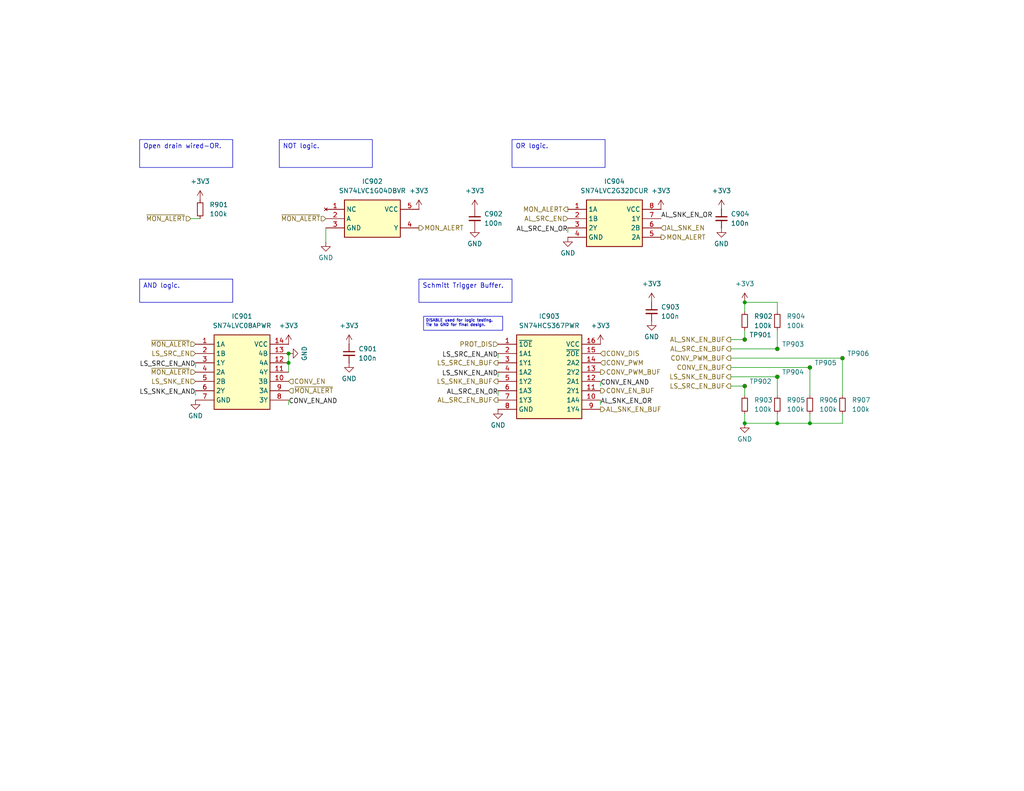
<source format=kicad_sch>
(kicad_sch (version 20231120) (generator "eeschema") (generator_version "8.0")
  (paper "USLetter")
  (title_block (title "Mighty MPPT") (date "2024-08-31") (rev "v0.1.0rc") (comment 1 "Matthew Yu") (comment 2 "Jacob Pustilnik"))
  (lib_symbols
    (symbol "Connector:TestPoint_Small" (pin_numbers hide) (pin_names (offset 0.762) hide)
      (property "Reference" "TP" (at 0 3.81 0))
      (property "Value" "TestPoint_Small" (at 0 2.032 0))
      (symbol "TestPoint_Small_0_1"
        (circle (center 0 0) (radius 0.508))
      )
      (symbol "TestPoint_Small_1_1"
        (pin passive line (at 0 0 90) (length 0) (name "1") (number "1"))
      )
    )
    (symbol "Device:C_Small" (pin_numbers hide) (pin_names (offset 0.254) hide)
      (property "Reference" "C" (at 0.254 1.778 0))
      (property "Value" "C_Small" (at 0.254 -2.032 0))
      (symbol "C_Small_0_1"
        (polyline (pts (xy -1.524 -0.508) (xy 1.524 -0.508)) (stroke (width 0.3302)))
        (polyline (pts (xy -1.524 0.508) (xy 1.524 0.508)) (stroke (width 0.3048)))
      )
      (symbol "C_Small_1_1"
        (pin passive line (at 0 2.54 270) (length 2.032) (name "~") (number "1"))
        (pin passive line (at 0 -2.54 90) (length 2.032) (name "~") (number "2"))
      )
    )
    (symbol "Device:R_Small" (pin_numbers hide) (pin_names (offset 0.254) hide)
      (property "Reference" "R" (at 0.762 0.508 0))
      (property "Value" "R_Small" (at 0.762 -1.016 0))
      (symbol "R_Small_0_1"
        (rectangle (start -0.762 1.778) (end 0.762 -1.778) (stroke (width 0.2032)))
      )
      (symbol "R_Small_1_1"
        (pin passive line (at 0 2.54 270) (length 0.762) (name "~") (number "1"))
        (pin passive line (at 0 -2.54 90) (length 0.762) (name "~") (number "2"))
      )
    )
    (symbol "power:+3V3" (power) (pin_numbers hide) (pin_names (offset 0) hide)
      (property "Value" "+3V3" (at 0 3.556 0))
      (symbol "+3V3_0_1"
        (polyline (pts (xy -0.762 1.27) (xy 0 2.54)))
        (polyline (pts (xy 0 0) (xy 0 2.54)))
        (polyline (pts (xy 0 2.54) (xy 0.762 1.27)))
      )
      (symbol "+3V3_1_1"
        (pin power_in line (at 0 0 90) (length 0) (name "~") (number "1"))
      )
    )
    (symbol "power:GND" (power) (pin_numbers hide) (pin_names (offset 0) hide)
      (property "Value" "GND" (at 0 -3.81 0))
      (symbol "GND_0_1"
        (polyline (pts (xy 0 0) (xy 0 -1.27) (xy 1.27 -1.27) (xy 0 -2.54) (xy -1.27 -1.27) (xy 0 -1.27)))
      )
      (symbol "GND_1_1"
        (pin power_in line (at 0 0 270) (length 0) (name "~") (number "1"))
      )
    )
    (symbol "ti_SN74HCS367_PWR:SN74HCS367PWR"
      (property "Reference" "IC" (at 4.318 7.366 0))
      (property "Value" "SN74HCS367PWR" (at 4.318 4.826 0))
      (symbol "SN74HCS367PWR_1_1"
        (rectangle (start 5.08 2.54) (end 22.86 -20.32) (stroke (width 0.254)) (fill (type background)))
        (pin passive line (at 0 0 0) (length 5.08) (name "~{1OE}") (number "1"))
        (pin passive line (at 27.94 -15.24 180) (length 5.08) (name "1A4") (number "10"))
        (pin passive line (at 27.94 -12.7 180) (length 5.08) (name "2Y1") (number "11"))
        (pin passive line (at 27.94 -10.16 180) (length 5.08) (name "2A1") (number "12"))
        (pin passive line (at 27.94 -7.62 180) (length 5.08) (name "2Y2") (number "13"))
        (pin passive line (at 27.94 -5.08 180) (length 5.08) (name "2A2") (number "14"))
        (pin passive line (at 27.94 -2.54 180) (length 5.08) (name "~{2OE}") (number "15"))
        (pin passive line (at 27.94 0 180) (length 5.08) (name "VCC") (number "16"))
        (pin passive line (at 0 -2.54 0) (length 5.08) (name "1A1") (number "2"))
        (pin passive line (at 0 -5.08 0) (length 5.08) (name "1Y1") (number "3"))
        (pin passive line (at 0 -7.62 0) (length 5.08) (name "1A2") (number "4"))
        (pin passive line (at 0 -10.16 0) (length 5.08) (name "1Y2") (number "5"))
        (pin passive line (at 0 -12.7 0) (length 5.08) (name "1A3") (number "6"))
        (pin passive line (at 0 -15.24 0) (length 5.08) (name "1Y3") (number "7"))
        (pin passive line (at 0 -17.78 0) (length 5.08) (name "GND") (number "8"))
        (pin passive line (at 27.94 -17.78 180) (length 5.08) (name "1Y4") (number "9"))
      )
    )
    (symbol "ti_SN74LVC08A_PWR:SN74LVC08APWR"
      (property "Reference" "IC" (at 4.826 7.62 0))
      (property "Value" "SN74LVC08APWR" (at 4.826 5.08 0))
      (symbol "SN74LVC08APWR_1_1"
        (rectangle (start 5.08 2.54) (end 20.32 -17.78) (stroke (width 0.254)) (fill (type background)))
        (pin passive line (at 0 0 0) (length 5.08) (name "1A") (number "1"))
        (pin passive line (at 25.4 -10.16 180) (length 5.08) (name "3B") (number "10"))
        (pin passive line (at 25.4 -7.62 180) (length 5.08) (name "4Y") (number "11"))
        (pin passive line (at 25.4 -5.08 180) (length 5.08) (name "4A") (number "12"))
        (pin passive line (at 25.4 -2.54 180) (length 5.08) (name "4B") (number "13"))
        (pin passive line (at 25.4 0 180) (length 5.08) (name "VCC") (number "14"))
        (pin passive line (at 0 -2.54 0) (length 5.08) (name "1B") (number "2"))
        (pin passive line (at 0 -5.08 0) (length 5.08) (name "1Y") (number "3"))
        (pin passive line (at 0 -7.62 0) (length 5.08) (name "2A") (number "4"))
        (pin passive line (at 0 -10.16 0) (length 5.08) (name "2B") (number "5"))
        (pin passive line (at 0 -12.7 0) (length 5.08) (name "2Y") (number "6"))
        (pin passive line (at 0 -15.24 0) (length 5.08) (name "GND") (number "7"))
        (pin passive line (at 25.4 -15.24 180) (length 5.08) (name "3Y") (number "8"))
        (pin passive line (at 25.4 -12.7 180) (length 5.08) (name "3A") (number "9"))
      )
    )
    (symbol "ti_SN74LVC1G04_DBVR:SN74LVC1G04DBVR"
      (property "Reference" "IC" (at 4.826 7.366 0))
      (property "Value" "SN74LVC1G04DBVR" (at 4.826 4.826 0))
      (symbol "SN74LVC1G04DBVR_1_1"
        (rectangle (start 5.08 2.54) (end 20.32 -7.62) (stroke (width 0.254)) (fill (type background)))
        (pin no_connect line (at 0 0 0) (length 5.08) (name "NC") (number "1"))
        (pin input line (at 0 -2.54 0) (length 5.08) (name "A") (number "2"))
        (pin power_in line (at 0 -5.08 0) (length 5.08) (name "GND") (number "3"))
        (pin output line (at 25.4 -5.08 180) (length 5.08) (name "Y") (number "4"))
        (pin power_in line (at 25.4 0 180) (length 5.08) (name "VCC") (number "5"))
      )
    )
    (symbol "ti_SN74LVC2G32_DCUR:SN74LVC2G32DCUR"
      (property "Reference" "IC" (at 4.572 7.112 0))
      (property "Value" "SN74LVC2G32DCUR" (at 4.572 4.572 0))
      (symbol "SN74LVC2G32DCUR_1_1"
        (rectangle (start 5.08 2.54) (end 20.32 -10.16) (stroke (width 0.254)) (fill (type background)))
        (pin passive line (at 0 0 0) (length 5.08) (name "1A") (number "1"))
        (pin passive line (at 0 -2.54 0) (length 5.08) (name "1B") (number "2"))
        (pin passive line (at 0 -5.08 0) (length 5.08) (name "2Y") (number "3"))
        (pin passive line (at 0 -7.62 0) (length 5.08) (name "GND") (number "4"))
        (pin passive line (at 25.4 -7.62 180) (length 5.08) (name "2A") (number "5"))
        (pin passive line (at 25.4 -5.08 180) (length 5.08) (name "2B") (number "6"))
        (pin passive line (at 25.4 -2.54 180) (length 5.08) (name "1Y") (number "7"))
        (pin passive line (at 25.4 0 180) (length 5.08) (name "VCC") (number "8"))
      )
    )
  )
  (junction (at 203.2 115.57))
  (junction (at 78.74 99.06))
  (junction (at 220.98 100.33))
  (junction (at 203.2 92.71))
  (junction (at 212.09 102.87))
  (junction (at 212.09 115.57))
  (junction (at 78.74 96.52))
  (junction (at 220.98 115.57))
  (junction (at 229.87 97.79))
  (junction (at 203.2 105.41))
  (junction (at 212.09 95.25))
  (junction (at 203.2 82.55))
  (wire (pts (xy 203.2 115.57) (xy 203.2 113.03)))
  (wire (pts (xy 212.09 102.87) (xy 199.39 102.87)))
  (wire (pts (xy 203.2 82.55) (xy 203.2 85.09)))
  (wire (pts (xy 229.87 107.95) (xy 229.87 97.79)))
  (wire (pts (xy 52.07 59.69) (xy 54.61 59.69)))
  (wire (pts (xy 135.89 102.87) (xy 135.89 101.6)))
  (wire (pts (xy 212.09 115.57) (xy 203.2 115.57)))
  (wire (pts (xy 163.83 105.41) (xy 163.83 104.14)))
  (wire (pts (xy 78.74 96.52) (xy 78.74 99.06)))
  (wire (pts (xy 135.89 97.79) (xy 135.89 96.52)))
  (wire (pts (xy 53.34 107.95) (xy 53.34 106.68)))
  (wire (pts (xy 229.87 115.57) (xy 220.98 115.57)))
  (wire (pts (xy 203.2 92.71) (xy 203.2 90.17)))
  (wire (pts (xy 212.09 115.57) (xy 212.09 113.03)))
  (wire (pts (xy 203.2 107.95) (xy 203.2 105.41)))
  (wire (pts (xy 78.74 110.49) (xy 78.74 109.22)))
  (wire (pts (xy 78.74 99.06) (xy 78.74 101.6)))
  (wire (pts (xy 88.9 66.04) (xy 88.9 62.23)))
  (wire (pts (xy 212.09 95.25) (xy 199.39 95.25)))
  (wire (pts (xy 220.98 115.57) (xy 212.09 115.57)))
  (wire (pts (xy 212.09 107.95) (xy 212.09 102.87)))
  (wire (pts (xy 229.87 97.79) (xy 199.39 97.79)))
  (wire (pts (xy 212.09 90.17) (xy 212.09 95.25)))
  (wire (pts (xy 220.98 115.57) (xy 220.98 113.03)))
  (wire (pts (xy 212.09 82.55) (xy 203.2 82.55)))
  (wire (pts (xy 199.39 92.71) (xy 203.2 92.71)))
  (wire (pts (xy 154.94 63.5) (xy 154.94 62.23)))
  (wire (pts (xy 199.39 100.33) (xy 220.98 100.33)))
  (wire (pts (xy 135.89 107.95) (xy 135.89 106.68)))
  (wire (pts (xy 203.2 105.41) (xy 199.39 105.41)))
  (wire (pts (xy 229.87 115.57) (xy 229.87 113.03)))
  (wire (pts (xy 163.83 110.49) (xy 163.83 109.22)))
  (wire (pts (xy 212.09 85.09) (xy 212.09 82.55)))
  (wire (pts (xy 53.34 100.33) (xy 53.34 99.06)))
  (wire (pts (xy 220.98 100.33) (xy 220.98 107.95)))
  (text_box "DISABLE used for logic testing.\nTie to GND for final design." (at 115.57 86.36 0) (size 21.59 3.81) (effects (font (size 0.762 0.762)) (justify left top)))
  (text_box "Schmitt Trigger Buffer." (at 114.3 76.2 0) (size 25.4 6.35) (effects (font (size 1.27 1.27)) (justify left top)))
  (text_box "OR logic." (at 139.7 38.1 0) (size 25.4 7.62) (effects (font (size 1.27 1.27)) (justify left top)))
  (text_box "AND logic." (at 38.1 76.2 0) (size 25.4 6.35) (effects (font (size 1.27 1.27)) (justify left top)))
  (text_box "Open drain wired-OR." (at 38.1 38.1 0) (size 25.4 7.62) (effects (font (size 1.27 1.27)) (justify left top)))
  (text_box "NOT logic." (at 76.2 38.1 0) (size 25.4 7.62) (effects (font (size 1.27 1.27)) (justify left top)))
  (label "CONV_EN_AND" (at 163.83 105.41 0))
  (label "AL_SRC_EN_OR" (at 135.89 107.95 180))
  (label "AL_SRC_EN_OR" (at 154.94 63.5 180))
  (label "AL_SNK_EN_OR" (at 163.83 110.49 0))
  (label "LS_SRC_EN_AND" (at 135.89 97.79 180))
  (label "CONV_EN_AND" (at 78.74 110.49 0))
  (label "LS_SRC_EN_AND" (at 53.34 100.33 180))
  (label "LS_SNK_EN_AND" (at 135.89 102.87 180))
  (label "AL_SNK_EN_OR" (at 180.34 59.69 0))
  (label "LS_SNK_EN_AND" (at 53.34 107.95 180))
  (hierarchical_label "LS_SRC_EN_BUF" (shape output) (at 135.89 99.06 180))
  (hierarchical_label "MON_ALERT" (shape output) (at 114.3 62.23 0))
  (hierarchical_label "CONV_PWM" (shape input) (at 163.83 99.06 0))
  (hierarchical_label "CONV_DIS" (shape input) (at 163.83 96.52 0))
  (hierarchical_label "MON_ALERT" (shape output) (at 180.34 64.77 0))
  (hierarchical_label "AL_SRC_EN_BUF" (shape output) (at 135.89 109.22 180))
  (hierarchical_label "~{MON_ALERT}" (shape input) (at 78.74 106.68 0))
  (hierarchical_label "AL_SNK_EN_BUF" (shape output) (at 163.83 111.76 0))
  (hierarchical_label "CONV_EN_BUF" (shape output) (at 163.83 106.68 0))
  (hierarchical_label "LS_SNK_EN_BUF" (shape output) (at 135.89 104.14 180))
  (hierarchical_label "MON_ALERT" (shape output) (at 154.94 57.15 180))
  (hierarchical_label "CONV_PWM_BUF" (shape output) (at 163.83 101.6 0))
  (hierarchical_label "LS_SRC_EN_BUF" (shape output) (at 199.39 105.41 180))
  (hierarchical_label "CONV_EN_BUF" (shape output) (at 199.39 100.33 180))
  (hierarchical_label "CONV_PWM_BUF" (shape output) (at 199.39 97.79 180))
  (hierarchical_label "CONV_EN" (shape input) (at 78.74 104.14 0))
  (hierarchical_label "LS_SNK_EN_BUF" (shape output) (at 199.39 102.87 180))
  (hierarchical_label "~{MON_ALERT}" (shape input) (at 52.07 59.69 180))
  (hierarchical_label "LS_SNK_EN" (shape input) (at 53.34 104.14 180))
  (hierarchical_label "LS_SRC_EN" (shape input) (at 53.34 96.52 180))
  (hierarchical_label "~{MON_ALERT}" (shape input) (at 53.34 101.6 180))
  (hierarchical_label "~{MON_ALERT}" (shape input) (at 88.9 59.69 180))
  (hierarchical_label "AL_SRC_EN" (shape input) (at 154.94 59.69 180))
  (hierarchical_label "AL_SRC_EN_BUF" (shape output) (at 199.39 95.25 180))
  (hierarchical_label "AL_SNK_EN_BUF" (shape output) (at 199.39 92.71 180))
  (hierarchical_label "PROT_DIS" (shape input) (at 135.89 93.98 180))
  (hierarchical_label "~{MON_ALERT}" (shape input) (at 53.34 93.98 180))
  (hierarchical_label "AL_SNK_EN" (shape input) (at 180.34 62.23 0))
  (symbol (lib_id "Device:C_Small") (at 95.25 96.52 0) (mirror y) (unit 1)
    (property "Reference" "C901" (at 97.79 95.2562 0) (effects (justify right)))
    (property "Value" "100n" (at 97.79 97.7962 0) (effects (justify right)))
    (property "Footprint" "Capacitor_SMD:C_0402_1005Metric_Pad0.74x0.62mm_HandSolder" (effects (hide yes)))
    (property "Datasheet" "https://product.tdk.com/en/search/capacitor/ceramic/mlcc/info?part_no=CGA2B3X7R1H104K050BB" (effects (hide yes)))
    (property "Description" "Unpolarized capacitor, small symbol" (effects (hide yes)))
    (property "Manufacturer" "TDK" (effects (hide yes)))
    (property "Notes" "3.3V Rating" (effects (hide yes)))
    (property "P/N" "CGA2B3X7R1H104K050BB" (effects (hide yes)))
  )
  (symbol (lib_id "power:GND") (at 196.85 62.23 0) (unit 1)
    (property "Reference" "#PWR0918" (effects (hide yes)))
    (property "Value" "GND" (at 196.85 66.548 0))
    (property "Description" "Power symbol creates a global label with name \"GND\" , ground" (effects (hide yes)))
  )
  (symbol (lib_id "power:+3V3") (at 180.34 57.15 0) (mirror y) (unit 1)
    (property "Reference" "#PWR0916" (effects (hide yes)))
    (property "Value" "+3V3" (at 180.34 52.07 0))
    (property "Description" "Power symbol creates a global label with name \"+3V3\"" (effects (hide yes)))
  )
  (symbol (lib_id "power:+3V3") (at 196.85 57.15 0) (mirror y) (unit 1)
    (property "Reference" "#PWR0917" (effects (hide yes)))
    (property "Value" "+3V3" (at 196.85 52.07 0))
    (property "Description" "Power symbol creates a global label with name \"+3V3\"" (effects (hide yes)))
  )
  (symbol (lib_id "Connector:TestPoint_Small") (at 203.2 105.41 0) (unit 1)
    (property "Reference" "TP902" (at 204.47 104.1399 0) (effects (justify left)))
    (property "Value" "TestPoint_Small" (effects (hide yes)))
    (property "Footprint" "TestPoint:TestPoint_Pad_D1.0mm" (effects (hide yes)))
    (property "Description" "test point" (effects (hide yes)))
  )
  (symbol (lib_id "Connector:TestPoint_Small") (at 220.98 100.33 0) (unit 1)
    (property "Reference" "TP905" (at 222.25 99.0599 0) (effects (justify left)))
    (property "Value" "TestPoint_Small" (effects (hide yes)))
    (property "Footprint" "TestPoint:TestPoint_Pad_D1.0mm" (effects (hide yes)))
    (property "Description" "test point" (effects (hide yes)))
  )
  (symbol (lib_id "power:+3V3") (at 203.2 82.55 0) (mirror y) (unit 1)
    (property "Reference" "#PWR0919" (effects (hide yes)))
    (property "Value" "+3V3" (at 203.2 77.47 0))
    (property "Description" "Power symbol creates a global label with name \"+3V3\"" (effects (hide yes)))
  )
  (symbol (lib_id "Connector:TestPoint_Small") (at 229.87 97.79 0) (unit 1)
    (property "Reference" "TP906" (at 231.14 96.5199 0) (effects (justify left)))
    (property "Value" "TestPoint_Small" (effects (hide yes)))
    (property "Footprint" "TestPoint:TestPoint_Pad_D1.0mm" (effects (hide yes)))
    (property "Description" "test point" (effects (hide yes)))
  )
  (symbol (lib_id "power:+3V3") (at 95.25 93.98 0) (mirror y) (unit 1)
    (property "Reference" "#PWR0906" (effects (hide yes)))
    (property "Value" "+3V3" (at 95.25 88.9 0))
    (property "Description" "Power symbol creates a global label with name \"+3V3\"" (effects (hide yes)))
  )
  (symbol (lib_id "power:+3V3") (at 177.8 82.55 0) (mirror y) (unit 1)
    (property "Reference" "#PWR0914" (effects (hide yes)))
    (property "Value" "+3V3" (at 177.8 77.47 0))
    (property "Description" "Power symbol creates a global label with name \"+3V3\"" (effects (hide yes)))
  )
  (symbol (lib_id "ti_SN74LVC1G04_DBVR:SN74LVC1G04DBVR") (at 88.9 57.15 0) (unit 1)
    (property "Reference" "IC902" (at 101.6 49.53 0))
    (property "Value" "SN74LVC1G04DBVR" (at 101.6 52.07 0))
    (property "Footprint" "footprints:ti_SN74LVC1G04_DBVR" (effects (hide yes)))
    (property "Datasheet" "http://www.ti.com/lit/gpn/sn74lvc1g04" (effects (hide yes)))
    (property "Description" "Single Inverter" (effects (hide yes)))
    (property "Manufacturer" "Texas Instruments" (effects (hide yes)))
    (property "P/N" "SN74LVC1G04DBVR" (effects (hide yes)))
  )
  (symbol (lib_id "Device:R_Small") (at 229.87 110.49 0) (unit 1)
    (property "Reference" "R907" (at 232.41 109.2199 0) (effects (justify left)))
    (property "Value" "100k" (at 232.41 111.7599 0) (effects (justify left)))
    (property "Footprint" "Resistor_SMD:R_0603_1608Metric_Pad0.98x0.95mm_HandSolder" (effects (hide yes)))
    (property "Datasheet" "https://www.vishay.com/docs/20035/dcrcwe3.pdf" (effects (hide yes)))
    (property "Description" "Resistor, small symbol" (effects (hide yes)))
    (property "Manufacturer" "Vishay / Dale" (effects (hide yes)))
    (property "P/N" "CRCW0603100KFKEA " (effects (hide yes)))
  )
  (symbol (lib_id "Connector:TestPoint_Small") (at 203.2 92.71 0) (unit 1)
    (property "Reference" "TP901" (at 204.47 91.4399 0) (effects (justify left)))
    (property "Value" "TestPoint_Small" (effects (hide yes)))
    (property "Footprint" "TestPoint:TestPoint_Pad_D1.0mm" (effects (hide yes)))
    (property "Description" "test point" (effects (hide yes)))
  )
  (symbol (lib_id "Device:R_Small") (at 212.09 87.63 0) (unit 1)
    (property "Reference" "R904" (at 214.63 86.3599 0) (effects (justify left)))
    (property "Value" "100k" (at 214.63 88.8999 0) (effects (justify left)))
    (property "Footprint" "Resistor_SMD:R_0603_1608Metric_Pad0.98x0.95mm_HandSolder" (effects (hide yes)))
    (property "Datasheet" "https://www.vishay.com/docs/20035/dcrcwe3.pdf" (effects (hide yes)))
    (property "Description" "Resistor, small symbol" (effects (hide yes)))
    (property "Manufacturer" "Vishay / Dale" (effects (hide yes)))
    (property "P/N" "CRCW0603100KFKEA " (effects (hide yes)))
  )
  (symbol (lib_id "power:GND") (at 53.34 109.22 0) (unit 1)
    (property "Reference" "#PWR0901" (effects (hide yes)))
    (property "Value" "GND" (at 53.34 113.538 0))
    (property "Description" "Power symbol creates a global label with name \"GND\" , ground" (effects (hide yes)))
  )
  (symbol (lib_id "Device:R_Small") (at 203.2 110.49 0) (unit 1)
    (property "Reference" "R903" (at 205.74 109.2199 0) (effects (justify left)))
    (property "Value" "100k" (at 205.74 111.7599 0) (effects (justify left)))
    (property "Footprint" "Resistor_SMD:R_0603_1608Metric_Pad0.98x0.95mm_HandSolder" (effects (hide yes)))
    (property "Datasheet" "https://www.vishay.com/docs/20035/dcrcwe3.pdf" (effects (hide yes)))
    (property "Description" "Resistor, small symbol" (effects (hide yes)))
    (property "Manufacturer" "Vishay / Dale" (effects (hide yes)))
    (property "P/N" "CRCW0603100KFKEA " (effects (hide yes)))
  )
  (symbol (lib_id "power:GND") (at 154.94 64.77 0) (unit 1)
    (property "Reference" "#PWR0912" (effects (hide yes)))
    (property "Value" "GND" (at 154.94 69.088 0))
    (property "Description" "Power symbol creates a global label with name \"GND\" , ground" (effects (hide yes)))
  )
  (symbol (lib_id "power:+3V3") (at 163.83 93.98 0) (mirror y) (unit 1)
    (property "Reference" "#PWR0913" (effects (hide yes)))
    (property "Value" "+3V3" (at 163.83 88.9 0))
    (property "Description" "Power symbol creates a global label with name \"+3V3\"" (effects (hide yes)))
  )
  (symbol (lib_id "ti_SN74LVC08A_PWR:SN74LVC08APWR") (at 53.34 93.98 0) (unit 1)
    (property "Reference" "IC901" (at 66.04 86.36 0))
    (property "Value" "SN74LVC08APWR" (at 66.04 88.9 0))
    (property "Footprint" "footprints:ti_SN74LVC08A_PWR" (effects (hide yes)))
    (property "Datasheet" "http://www.ti.com/lit/ds/symlink/sn74lvc08a.pdf" (effects (hide yes)))
    (property "Description" "TEXAS INSTRUMENTS - SN74LVC08APWR. - QUAD AND GATE, 2I/P, TSSOP-14, FULL REEL" (effects (hide yes)))
    (property "Manufacturer" "Texas Instruments" (effects (hide yes)))
    (property "P/N" "SN74LVC08APWR" (effects (hide yes)))
  )
  (symbol (lib_id "power:GND") (at 95.25 99.06 0) (unit 1)
    (property "Reference" "#PWR0907" (effects (hide yes)))
    (property "Value" "GND" (at 95.25 103.378 0))
    (property "Description" "Power symbol creates a global label with name \"GND\" , ground" (effects (hide yes)))
  )
  (symbol (lib_id "power:GND") (at 135.89 111.76 0) (unit 1)
    (property "Reference" "#PWR0911" (effects (hide yes)))
    (property "Value" "GND" (at 135.89 116.078 0))
    (property "Description" "Power symbol creates a global label with name \"GND\" , ground" (effects (hide yes)))
  )
  (symbol (lib_id "power:+3V3") (at 78.74 93.98 0) (mirror y) (unit 1)
    (property "Reference" "#PWR0903" (effects (hide yes)))
    (property "Value" "+3V3" (at 78.74 88.9 0))
    (property "Description" "Power symbol creates a global label with name \"+3V3\"" (effects (hide yes)))
  )
  (symbol (lib_id "power:GND") (at 203.2 115.57 0) (unit 1)
    (property "Reference" "#PWR0920" (effects (hide yes)))
    (property "Value" "GND" (at 203.2 119.888 0))
    (property "Description" "Power symbol creates a global label with name \"GND\" , ground" (effects (hide yes)))
  )
  (symbol (lib_id "power:GND") (at 88.9 66.04 0) (unit 1)
    (property "Reference" "#PWR0905" (effects (hide yes)))
    (property "Value" "GND" (at 88.9 70.358 0))
    (property "Description" "Power symbol creates a global label with name \"GND\" , ground" (effects (hide yes)))
  )
  (symbol (lib_id "Connector:TestPoint_Small") (at 212.09 102.87 0) (unit 1)
    (property "Reference" "TP904" (at 213.36 101.5999 0) (effects (justify left)))
    (property "Value" "TestPoint_Small" (effects (hide yes)))
    (property "Footprint" "TestPoint:TestPoint_Pad_D1.0mm" (effects (hide yes)))
    (property "Description" "test point" (effects (hide yes)))
  )
  (symbol (lib_id "Device:C_Small") (at 129.54 59.69 0) (mirror y) (unit 1)
    (property "Reference" "C902" (at 132.08 58.4262 0) (effects (justify right)))
    (property "Value" "100n" (at 132.08 60.9662 0) (effects (justify right)))
    (property "Footprint" "Capacitor_SMD:C_0402_1005Metric_Pad0.74x0.62mm_HandSolder" (effects (hide yes)))
    (property "Datasheet" "https://product.tdk.com/en/search/capacitor/ceramic/mlcc/info?part_no=CGA2B3X7R1H104K050BB" (effects (hide yes)))
    (property "Description" "Unpolarized capacitor, small symbol" (effects (hide yes)))
    (property "Manufacturer" "TDK" (effects (hide yes)))
    (property "Notes" "3.3V Rating" (effects (hide yes)))
    (property "P/N" "CGA2B3X7R1H104K050BB" (effects (hide yes)))
  )
  (symbol (lib_id "Connector:TestPoint_Small") (at 212.09 95.25 0) (unit 1)
    (property "Reference" "TP903" (at 213.36 93.9799 0) (effects (justify left)))
    (property "Value" "TestPoint_Small" (effects (hide yes)))
    (property "Footprint" "TestPoint:TestPoint_Pad_D1.0mm" (effects (hide yes)))
    (property "Description" "test point" (effects (hide yes)))
  )
  (symbol (lib_id "power:+3V3") (at 129.54 57.15 0) (mirror y) (unit 1)
    (property "Reference" "#PWR0909" (effects (hide yes)))
    (property "Value" "+3V3" (at 129.54 52.07 0))
    (property "Description" "Power symbol creates a global label with name \"+3V3\"" (effects (hide yes)))
  )
  (symbol (lib_id "Device:R_Small") (at 212.09 110.49 0) (unit 1)
    (property "Reference" "R905" (at 214.63 109.2199 0) (effects (justify left)))
    (property "Value" "100k" (at 214.63 111.7599 0) (effects (justify left)))
    (property "Footprint" "Resistor_SMD:R_0603_1608Metric_Pad0.98x0.95mm_HandSolder" (effects (hide yes)))
    (property "Datasheet" "https://www.vishay.com/docs/20035/dcrcwe3.pdf" (effects (hide yes)))
    (property "Description" "Resistor, small symbol" (effects (hide yes)))
    (property "Manufacturer" "Vishay / Dale" (effects (hide yes)))
    (property "P/N" "CRCW0603100KFKEA " (effects (hide yes)))
  )
  (symbol (lib_id "Device:R_Small") (at 203.2 87.63 0) (unit 1)
    (property "Reference" "R902" (at 205.74 86.3599 0) (effects (justify left)))
    (property "Value" "100k" (at 205.74 88.8999 0) (effects (justify left)))
    (property "Footprint" "Resistor_SMD:R_0603_1608Metric_Pad0.98x0.95mm_HandSolder" (effects (hide yes)))
    (property "Datasheet" "https://www.vishay.com/docs/20035/dcrcwe3.pdf" (effects (hide yes)))
    (property "Description" "Resistor, small symbol" (effects (hide yes)))
    (property "Manufacturer" "Vishay / Dale" (effects (hide yes)))
    (property "P/N" "CRCW0603100KFKEA " (effects (hide yes)))
  )
  (symbol (lib_id "power:GND") (at 177.8 87.63 0) (unit 1)
    (property "Reference" "#PWR0915" (effects (hide yes)))
    (property "Value" "GND" (at 177.8 91.948 0))
    (property "Description" "Power symbol creates a global label with name \"GND\" , ground" (effects (hide yes)))
  )
  (symbol (lib_id "power:GND") (at 78.74 96.52 90) (unit 1)
    (property "Reference" "#PWR0904" (effects (hide yes)))
    (property "Value" "GND" (at 83.058 96.52 0))
    (property "Description" "Power symbol creates a global label with name \"GND\" , ground" (effects (hide yes)))
  )
  (symbol (lib_id "power:+3V3") (at 54.61 54.61 0) (mirror y) (unit 1)
    (property "Reference" "#PWR0902" (effects (hide yes)))
    (property "Value" "+3V3" (at 54.61 49.53 0))
    (property "Description" "Power symbol creates a global label with name \"+3V3\"" (effects (hide yes)))
  )
  (symbol (lib_id "Device:C_Small") (at 177.8 85.09 0) (mirror y) (unit 1)
    (property "Reference" "C903" (at 180.34 83.8262 0) (effects (justify right)))
    (property "Value" "100n" (at 180.34 86.3662 0) (effects (justify right)))
    (property "Footprint" "Capacitor_SMD:C_0402_1005Metric_Pad0.74x0.62mm_HandSolder" (effects (hide yes)))
    (property "Datasheet" "https://product.tdk.com/en/search/capacitor/ceramic/mlcc/info?part_no=CGA2B3X7R1H104K050BB" (effects (hide yes)))
    (property "Description" "Unpolarized capacitor, small symbol" (effects (hide yes)))
    (property "Manufacturer" "TDK" (effects (hide yes)))
    (property "Notes" "3.3V Rating" (effects (hide yes)))
    (property "P/N" "CGA2B3X7R1H104K050BB" (effects (hide yes)))
  )
  (symbol (lib_id "Device:C_Small") (at 196.85 59.69 0) (mirror y) (unit 1)
    (property "Reference" "C904" (at 199.39 58.4262 0) (effects (justify right)))
    (property "Value" "100n" (at 199.39 60.9662 0) (effects (justify right)))
    (property "Footprint" "Capacitor_SMD:C_0402_1005Metric_Pad0.74x0.62mm_HandSolder" (effects (hide yes)))
    (property "Datasheet" "https://product.tdk.com/en/search/capacitor/ceramic/mlcc/info?part_no=CGA2B3X7R1H104K050BB" (effects (hide yes)))
    (property "Description" "Unpolarized capacitor, small symbol" (effects (hide yes)))
    (property "Manufacturer" "TDK" (effects (hide yes)))
    (property "Notes" "3.3V Rating" (effects (hide yes)))
    (property "P/N" "CGA2B3X7R1H104K050BB" (effects (hide yes)))
  )
  (symbol (lib_id "Device:R_Small") (at 220.98 110.49 0) (unit 1)
    (property "Reference" "R906" (at 223.52 109.2199 0) (effects (justify left)))
    (property "Value" "100k" (at 223.52 111.7599 0) (effects (justify left)))
    (property "Footprint" "Resistor_SMD:R_0603_1608Metric_Pad0.98x0.95mm_HandSolder" (effects (hide yes)))
    (property "Datasheet" "https://www.vishay.com/docs/20035/dcrcwe3.pdf" (effects (hide yes)))
    (property "Description" "Resistor, small symbol" (effects (hide yes)))
    (property "Manufacturer" "Vishay / Dale" (effects (hide yes)))
    (property "P/N" "CRCW0603100KFKEA " (effects (hide yes)))
  )
  (symbol (lib_id "Device:R_Small") (at 54.61 57.15 0) (unit 1)
    (property "Reference" "R901" (at 57.15 55.8799 0) (effects (justify left)))
    (property "Value" "100k" (at 57.15 58.4199 0) (effects (justify left)))
    (property "Footprint" "Resistor_SMD:R_0603_1608Metric_Pad0.98x0.95mm_HandSolder" (effects (hide yes)))
    (property "Datasheet" "https://www.vishay.com/docs/20035/dcrcwe3.pdf" (effects (hide yes)))
    (property "Description" "Resistor, small symbol" (effects (hide yes)))
    (property "Manufacturer" "Vishay / Dale" (effects (hide yes)))
    (property "P/N" "CRCW0603100KFKEA " (effects (hide yes)))
  )
  (symbol (lib_id "ti_SN74LVC2G32_DCUR:SN74LVC2G32DCUR") (at 154.94 57.15 0) (unit 1)
    (property "Reference" "IC904" (at 167.64 49.53 0))
    (property "Value" "SN74LVC2G32DCUR" (at 167.64 52.07 0))
    (property "Footprint" "footprints:ti_SN74LVC2G32_DCUR" (effects (hide yes)))
    (property "Datasheet" "http://www.ti.com/lit/gpn/sn74lvc2g32" (effects (hide yes)))
    (property "Description" "DUAL 2-INPUT POSITIVE-OR GATE" (effects (hide yes)))
    (property "Manufacturer" "Texas Instruments" (effects (hide yes)))
    (property "P/N" "SN74LVC2G32DCUR" (effects (hide yes)))
  )
  (symbol (lib_id "ti_SN74HCS367_PWR:SN74HCS367PWR") (at 135.89 93.98 0) (unit 1)
    (property "Reference" "IC903" (at 149.86 86.36 0))
    (property "Value" "SN74HCS367PWR" (at 149.86 88.9 0))
    (property "Footprint" "footprints:ti_SN74HCS367_PWR" (effects (hide yes)))
    (property "Datasheet" "https://www.ti.com/lit/gpn/SN74HCS367" (effects (hide yes)))
    (property "Description" "Buffers & Line Drivers Hex buffers and line drivers with non-inverting 3-state outputs 16-TSSOP -40 to 125" (effects (hide yes)))
    (property "Manufacturer" "Texas Instruments" (effects (hide yes)))
    (property "P/N" "SN74HCS367PWR" (effects (hide yes)))
  )
  (symbol (lib_id "power:+3V3") (at 114.3 57.15 0) (mirror y) (unit 1)
    (property "Reference" "#PWR0908" (effects (hide yes)))
    (property "Value" "+3V3" (at 114.3 52.07 0))
    (property "Description" "Power symbol creates a global label with name \"+3V3\"" (effects (hide yes)))
  )
  (symbol (lib_id "power:GND") (at 129.54 62.23 0) (unit 1)
    (property "Reference" "#PWR0910" (effects (hide yes)))
    (property "Value" "GND" (at 129.54 66.548 0))
    (property "Description" "Power symbol creates a global label with name \"GND\" , ground" (effects (hide yes)))
  )
)
</source>
